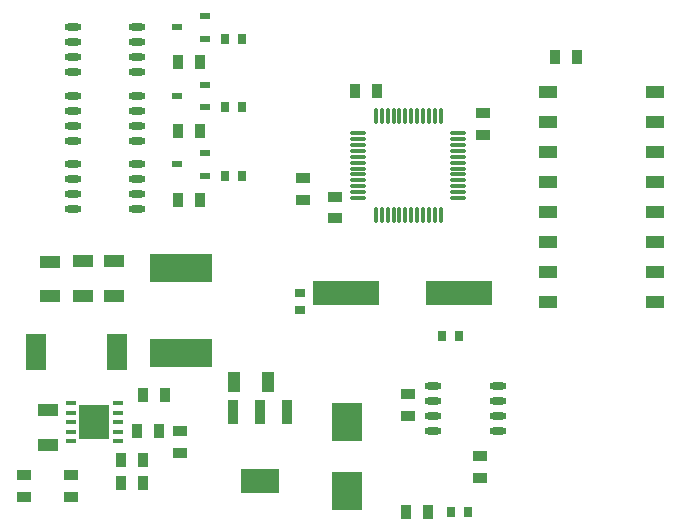
<source format=gtp>
G04*
G04 #@! TF.GenerationSoftware,Altium Limited,Altium Designer,21.0.9 (235)*
G04*
G04 Layer_Color=8421504*
%FSLAX44Y44*%
%MOMM*%
G71*
G04*
G04 #@! TF.SameCoordinates,B8152D85-E12F-4961-801D-9DD34C180D21*
G04*
G04*
G04 #@! TF.FilePolarity,Positive*
G04*
G01*
G75*
%ADD19R,0.9500X1.3000*%
%ADD20R,1.6000X1.1000*%
%ADD21R,1.3000X0.9500*%
%ADD22R,0.7000X0.9000*%
%ADD23R,2.5000X3.1750*%
%ADD24R,2.6000X3.0000*%
%ADD25R,0.8500X0.3500*%
%ADD26R,1.7000X1.0500*%
%ADD27R,5.3340X2.4130*%
%ADD28R,3.2500X2.1500*%
%ADD29R,0.9500X2.1500*%
%ADD30R,5.5880X2.1082*%
%ADD31R,1.7000X3.1500*%
%ADD32R,0.9000X0.6000*%
%ADD33O,1.4500X0.6000*%
%ADD34R,0.9000X0.7000*%
%ADD35O,0.3000X1.4500*%
%ADD36O,1.4500X0.3000*%
%ADD37R,1.0500X1.7000*%
D19*
X610250Y402000D02*
D03*
X591750D02*
D03*
X242750Y115500D02*
D03*
X261250D02*
D03*
X290750Y281000D02*
D03*
X272250D02*
D03*
X272250Y339500D02*
D03*
X290750D02*
D03*
X272250Y397500D02*
D03*
X290750D02*
D03*
X237750Y85000D02*
D03*
X256250D02*
D03*
X465250Y17000D02*
D03*
X483750D02*
D03*
X242750Y41500D02*
D03*
X224250D02*
D03*
X242750Y60500D02*
D03*
X224250D02*
D03*
X441000Y373000D02*
D03*
X422500D02*
D03*
D20*
X585500Y372200D02*
D03*
Y346800D02*
D03*
Y321400D02*
D03*
Y296000D02*
D03*
Y270600D02*
D03*
Y245200D02*
D03*
Y219800D02*
D03*
Y194400D02*
D03*
X676500Y372200D02*
D03*
Y346800D02*
D03*
Y321400D02*
D03*
Y296000D02*
D03*
Y270600D02*
D03*
Y245200D02*
D03*
Y219800D02*
D03*
Y194400D02*
D03*
D21*
X467500Y116250D02*
D03*
Y97750D02*
D03*
X378000Y299250D02*
D03*
Y280750D02*
D03*
X181500Y48250D02*
D03*
Y29750D02*
D03*
X142000Y48250D02*
D03*
Y29750D02*
D03*
X274500Y85000D02*
D03*
Y66500D02*
D03*
X405000Y265250D02*
D03*
Y283750D02*
D03*
X530500Y354250D02*
D03*
Y335750D02*
D03*
X528500Y45250D02*
D03*
Y63750D02*
D03*
D22*
X518000Y17000D02*
D03*
X504000D02*
D03*
X312500Y301500D02*
D03*
X326500D02*
D03*
Y359500D02*
D03*
X312500D02*
D03*
X326500Y417500D02*
D03*
X312500D02*
D03*
X496000Y165500D02*
D03*
X510000D02*
D03*
D23*
X415500Y34790D02*
D03*
Y93210D02*
D03*
D24*
X201700Y92650D02*
D03*
D25*
X221450Y76649D02*
D03*
Y84650D02*
D03*
Y92650D02*
D03*
Y100650D02*
D03*
Y108650D02*
D03*
X181950Y76649D02*
D03*
Y84650D02*
D03*
Y92650D02*
D03*
Y100650D02*
D03*
Y108650D02*
D03*
D26*
X162000Y102750D02*
D03*
Y73250D02*
D03*
X164500Y228750D02*
D03*
Y199250D02*
D03*
X218500Y229000D02*
D03*
Y199500D02*
D03*
X192000Y229000D02*
D03*
Y199500D02*
D03*
D27*
X274850Y223650D02*
D03*
Y151250D02*
D03*
D28*
X342001Y43000D02*
D03*
D29*
X319000Y101000D02*
D03*
X342001D02*
D03*
X365001D02*
D03*
D30*
X415000Y202000D02*
D03*
X509996D02*
D03*
D31*
X151950Y152300D02*
D03*
X220950D02*
D03*
D32*
X272000Y311000D02*
D03*
X295000Y320500D02*
D03*
Y301500D02*
D03*
X272001Y427001D02*
D03*
X295000Y436500D02*
D03*
Y417500D02*
D03*
X272000Y369000D02*
D03*
X295000Y378500D02*
D03*
Y359500D02*
D03*
D33*
X237750Y388949D02*
D03*
Y401649D02*
D03*
Y414349D02*
D03*
Y427049D02*
D03*
X183250Y388949D02*
D03*
Y401649D02*
D03*
Y414349D02*
D03*
Y427049D02*
D03*
X543000Y85300D02*
D03*
Y98000D02*
D03*
Y110700D02*
D03*
Y123400D02*
D03*
X488500Y85300D02*
D03*
Y98000D02*
D03*
Y110700D02*
D03*
Y123400D02*
D03*
X237750Y272950D02*
D03*
Y285650D02*
D03*
Y298350D02*
D03*
Y311050D02*
D03*
X183251Y272950D02*
D03*
Y285650D02*
D03*
Y298350D02*
D03*
Y311050D02*
D03*
X237750Y330950D02*
D03*
Y343650D02*
D03*
Y356350D02*
D03*
Y369050D02*
D03*
X183250Y330950D02*
D03*
Y343650D02*
D03*
Y356350D02*
D03*
Y369050D02*
D03*
D34*
X375500Y188000D02*
D03*
Y202000D02*
D03*
D35*
X440000Y267750D02*
D03*
X445000Y267750D02*
D03*
X450000Y267750D02*
D03*
X455000D02*
D03*
X460000D02*
D03*
X465000D02*
D03*
X470000D02*
D03*
X475000D02*
D03*
X480000D02*
D03*
X485000D02*
D03*
X490000D02*
D03*
X495000D02*
D03*
Y352250D02*
D03*
X490000D02*
D03*
X485000D02*
D03*
X480000D02*
D03*
X475000D02*
D03*
X470000D02*
D03*
X465000D02*
D03*
X460000D02*
D03*
X455000D02*
D03*
X450000D02*
D03*
X445000D02*
D03*
X440000D02*
D03*
D36*
X509750Y282500D02*
D03*
Y287500D02*
D03*
X509750Y292500D02*
D03*
Y297500D02*
D03*
Y302500D02*
D03*
Y307500D02*
D03*
X509750Y312500D02*
D03*
Y317500D02*
D03*
X509750Y322500D02*
D03*
X509750Y327500D02*
D03*
Y332500D02*
D03*
Y337500D02*
D03*
X425250D02*
D03*
Y332500D02*
D03*
Y327500D02*
D03*
Y322500D02*
D03*
Y317500D02*
D03*
Y312500D02*
D03*
Y307500D02*
D03*
Y302500D02*
D03*
Y297500D02*
D03*
Y292500D02*
D03*
Y287500D02*
D03*
Y282500D02*
D03*
D37*
X319500Y126500D02*
D03*
X349000D02*
D03*
M02*

</source>
